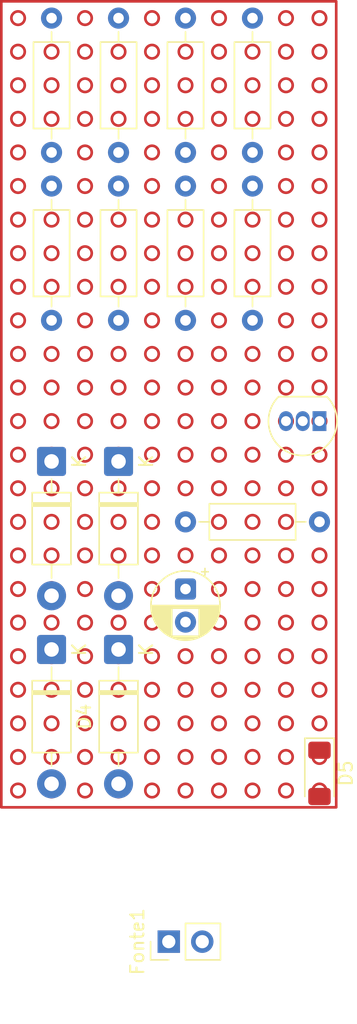
<source format=kicad_pcb>
(kicad_pcb (version 20241229) (generator "pcbnew") (generator_version "9.0")
  (layers (0 "F.Cu" signal) (2 "B.Cu" signal) (13 "F.Paste" user) (15 "B.Paste" user) (5 "F.SilkS" user "F.Silkscreen") (7 "B.SilkS" user "B.Silkscreen") (1 "F.Mask" user) (3 "B.Mask" user) (25 "Edge.Cuts" user))
  (net 0 "")
  (net 1 "Net-(D1-K)")
  (net 2 "GND")
  (net 3 "Net-(D1-A)")
  (net 4 "Net-(D3-A)")
  (net 5 "Net-(D5-K)")
  (net 6 "Net-(Q1-E)")
  (net 7 "Net-(R1-Pad2)")
  (net 8 "Net-(R2-Pad2)")
  (net 9 "Net-(R5-Pad2)")
  (net 10 "Net-(R7-Pad2)")
  (footprint "Diode_THT:D_DO-41_SOD81_P10.16mm_Horizontal" (layer "F.Cu") (at 163.83 89.662 -90)
    (property "Reference" "D4" (at 5.08 -2.47 90) (layer "F.SilkS"))
    (property "Value" "D")
    (fp_line (start 1.34 0) (end 2.36 0) (stroke (width 0.12)) (layer "F.SilkS"))
    (fp_line (start 8.82 0) (end 7.8 0) (stroke (width 0.12)) (layer "F.SilkS"))
    (fp_line (start 3.14 -1.47) (end 3.14 1.47) (stroke (width 0.12)) (layer "F.SilkS"))
    (fp_line (start 3.26 -1.47) (end 3.26 1.47) (stroke (width 0.12)) (layer "F.SilkS"))
    (fp_line (start 3.38 -1.47) (end 3.38 1.47) (stroke (width 0.12)) (layer "F.SilkS"))
    (fp_rect (start 2.36 -1.47) (end 7.8 1.47) (stroke (width 0.12)) (fill no) (layer "F.SilkS"))
    (fp_text user "K" (at 0 -2.1 90) (layer "F.SilkS"))
    (pad "1" thru_hole roundrect (at 0 0 270) (size 2.2 2.2) (drill 1.1) (layers "*.Cu" "*.Mask") (roundrect_rratio 0.113636) (net 4 "Net-(D3-A)"))
    (pad "2" thru_hole circle (at 10.16 0 270) (size 2.2 2.2) (drill 1.1) (layers "*.Cu" "*.Mask") (net 2 "GND"))
  )
  (footprint "Resistor_THT:R_Axial_DIN0207_L6.3mm_D2.5mm_P10.16mm_Horizontal" (layer "F.Cu") (at 168.91 64.77 90)
    (property "Reference" "R4" (hide yes))
    (property "Value" "10R")
    (fp_line (start 9.12 0) (end 8.35 0) (stroke (width 0.12)) (layer "F.SilkS"))
    (fp_line (start 1.04 0) (end 1.81 0) (stroke (width 0.12)) (layer "F.SilkS"))
    (fp_rect (start 1.81 -1.37) (end 8.35 1.37) (stroke (width 0.12)) (fill no) (layer "F.SilkS"))
    (pad "1" thru_hole circle (at 0 0 90) (size 1.6 1.6) (drill 0.8) (layers "*.Cu" "*.Mask") (net 8 "Net-(R2-Pad2)"))
    (pad "2" thru_hole circle (at 10.16 0 90) (size 1.6 1.6) (drill 0.8) (layers "*.Cu" "*.Mask") (net 2 "GND"))
  )
  (footprint "Connector_PinHeader_2.54mm:PinHeader_1x02_P2.54mm_Vertical" (layer "F.Cu") (at 172.72 111.76 90)
    (property "Reference" "Fonte1" (at 0 -2.38 90) (layer "F.SilkS"))
    (property "Value" "Conn_01x02_Pin")
    (fp_line (start -1.38 -1.38) (end 0 -1.38) (stroke (width 0.12)) (layer "F.SilkS"))
    (fp_line (start -1.38 0) (end -1.38 -1.38) (stroke (width 0.12)) (layer "F.SilkS"))
    (fp_line (start 1.38 1.27) (end 1.38 3.92) (stroke (width 0.12)) (layer "F.SilkS"))
    (fp_line (start -1.38 1.27) (end 1.38 1.27) (stroke (width 0.12)) (layer "F.SilkS"))
    (fp_line (start -1.38 1.27) (end -1.38 3.92) (stroke (width 0.12)) (layer "F.SilkS"))
    (fp_line (start -1.38 3.92) (end 1.38 3.92) (stroke (width 0.12)) (layer "F.SilkS"))
    (pad "1" thru_hole rect (at 0 0 90) (size 1.7 1.7) (drill 1) (layers "*.Cu" "*.Mask") (net 4 "Net-(D3-A)"))
    (pad "2" thru_hole circle (at 0 2.54 90) (size 1.7 1.7) (drill 1) (layers "*.Cu" "*.Mask") (net 3 "Net-(D1-A)"))
  )
  (footprint "Resistor_THT:R_Axial_DIN0207_L6.3mm_D2.5mm_P10.16mm_Horizontal" (layer "F.Cu") (at 179.07 64.77 90)
    (property "Reference" "R8" (hide yes))
    (property "Value" "10R")
    (fp_line (start 9.12 0) (end 8.35 0) (stroke (width 0.12)) (layer "F.SilkS"))
    (fp_line (start 1.04 0) (end 1.81 0) (stroke (width 0.12)) (layer "F.SilkS"))
    (fp_rect (start 1.81 -1.37) (end 8.35 1.37) (stroke (width 0.12)) (fill no) (layer "F.SilkS"))
    (pad "1" thru_hole circle (at 0 0 90) (size 1.6 1.6) (drill 0.8) (layers "*.Cu" "*.Mask") (net 10 "Net-(R7-Pad2)"))
    (pad "2" thru_hole circle (at 10.16 0 90) (size 1.6 1.6) (drill 0.8) (layers "*.Cu" "*.Mask") (net 2 "GND"))
  )
  (footprint "Diode_THT:D_DO-41_SOD81_P10.16mm_Horizontal" (layer "F.Cu") (at 168.91 89.662 -90)
    (property "Reference" "D2" (hide yes))
    (property "Value" "D")
    (fp_line (start 1.34 0) (end 2.36 0) (stroke (width 0.12)) (layer "F.SilkS"))
    (fp_line (start 8.82 0) (end 7.8 0) (stroke (width 0.12)) (layer "F.SilkS"))
    (fp_line (start 3.14 -1.47) (end 3.14 1.47) (stroke (width 0.12)) (layer "F.SilkS"))
    (fp_line (start 3.26 -1.47) (end 3.26 1.47) (stroke (width 0.12)) (layer "F.SilkS"))
    (fp_line (start 3.38 -1.47) (end 3.38 1.47) (stroke (width 0.12)) (layer "F.SilkS"))
    (fp_rect (start 2.36 -1.47) (end 7.8 1.47) (stroke (width 0.12)) (fill no) (layer "F.SilkS"))
    (fp_text user "K" (at 0 -2.1 90) (layer "F.SilkS"))
    (pad "1" thru_hole roundrect (at 0 0 270) (size 2.2 2.2) (drill 1.1) (layers "*.Cu" "*.Mask") (roundrect_rratio 0.113636) (net 3 "Net-(D1-A)"))
    (pad "2" thru_hole circle (at 10.16 0 270) (size 2.2 2.2) (drill 1.1) (layers "*.Cu" "*.Mask") (net 2 "GND"))
  )
  (footprint "Resistor_THT:R_Axial_DIN0207_L6.3mm_D2.5mm_P10.16mm_Horizontal" (layer "F.Cu") (at 163.83 52.07 90)
    (property "Reference" "R1" (hide yes))
    (property "Value" "270R")
    (fp_line (start 9.12 0) (end 8.35 0) (stroke (width 0.12)) (layer "F.SilkS"))
    (fp_line (start 1.04 0) (end 1.81 0) (stroke (width 0.12)) (layer "F.SilkS"))
    (fp_rect (start 1.81 -1.37) (end 8.35 1.37) (stroke (width 0.12)) (fill no) (layer "F.SilkS"))
    (pad "1" thru_hole circle (at 0 0 90) (size 1.6 1.6) (drill 0.8) (layers "*.Cu" "*.Mask") (net 6 "Net-(Q1-E)"))
    (pad "2" thru_hole circle (at 10.16 0 90) (size 1.6 1.6) (drill 0.8) (layers "*.Cu" "*.Mask") (net 7 "Net-(R1-Pad2)"))
  )
  (footprint "Diode_THT:D_DO-41_SOD81_P10.16mm_Horizontal" (layer "F.Cu") (at 168.91 75.438 -90)
    (property "Reference" "D1" (hide yes))
    (property "Value" "D")
    (fp_line (start 1.34 0) (end 2.36 0) (stroke (width 0.12)) (layer "F.SilkS"))
    (fp_line (start 8.82 0) (end 7.8 0) (stroke (width 0.12)) (layer "F.SilkS"))
    (fp_line (start 3.14 -1.47) (end 3.14 1.47) (stroke (width 0.12)) (layer "F.SilkS"))
    (fp_line (start 3.26 -1.47) (end 3.26 1.47) (stroke (width 0.12)) (layer "F.SilkS"))
    (fp_line (start 3.38 -1.47) (end 3.38 1.47) (stroke (width 0.12)) (layer "F.SilkS"))
    (fp_rect (start 2.36 -1.47) (end 7.8 1.47) (stroke (width 0.12)) (fill no) (layer "F.SilkS"))
    (fp_text user "K" (at 0 -2.1 90) (layer "F.SilkS"))
    (pad "1" thru_hole roundrect (at 0 0 270) (size 2.2 2.2) (drill 1.1) (layers "*.Cu" "*.Mask") (roundrect_rratio 0.113636) (net 1 "Net-(D1-K)"))
    (pad "2" thru_hole circle (at 10.16 0 270) (size 2.2 2.2) (drill 1.1) (layers "*.Cu" "*.Mask") (net 3 "Net-(D1-A)"))
  )
  (footprint "Resistor_THT:R_Axial_DIN0207_L6.3mm_D2.5mm_P10.16mm_Horizontal" (layer "F.Cu") (at 179.07 52.07 90)
    (property "Reference" "R7" (hide yes))
    (property "Value" "270R")
    (fp_line (start 9.12 0) (end 8.35 0) (stroke (width 0.12)) (layer "F.SilkS"))
    (fp_line (start 1.04 0) (end 1.81 0) (stroke (width 0.12)) (layer "F.SilkS"))
    (fp_rect (start 1.81 -1.37) (end 8.35 1.37) (stroke (width 0.12)) (fill no) (layer "F.SilkS"))
    (pad "1" thru_hole circle (at 0 0 90) (size 1.6 1.6) (drill 0.8) (layers "*.Cu" "*.Mask") (net 6 "Net-(Q1-E)"))
    (pad "2" thru_hole circle (at 10.16 0 90) (size 1.6 1.6) (drill 0.8) (layers "*.Cu" "*.Mask") (net 10 "Net-(R7-Pad2)"))
  )
  (footprint "Capacitor_THT:CP_Radial_D5.0mm_P2.50mm" (layer "F.Cu") (at 173.99 85.09 -90)
    (property "Reference" "C1" (hide yes))
    (property "Value" "4000uF")
    (fp_line (start 1.49 1.04) (end 1.49 2.569) (stroke (width 0.12)) (layer "F.SilkS"))
    (fp_line (start 1.53 1.04) (end 1.53 2.565) (stroke (width 0.12)) (layer "F.SilkS"))
    (fp_line (start 1.57 1.04) (end 1.57 2.56) (stroke (width 0.12)) (layer "F.SilkS"))
    (fp_line (start 1.61 1.04) (end 1.61 2.555) (stroke (width 0.12)) (layer "F.SilkS"))
    (fp_line (start 1.65 1.04) (end 1.65 2.549) (stroke (width 0.12)) (layer "F.SilkS"))
    (fp_line (start 1.69 1.04) (end 1.69 2.543) (stroke (width 0.12)) (layer "F.SilkS"))
    (fp_line (start 1.73 1.04) (end 1.73 2.536) (stroke (width 0.12)) (layer "F.SilkS"))
    (fp_line (start 1.77 1.04) (end 1.77 2.528) (stroke (width 0.12)) (layer "F.SilkS"))
    (fp_line (start 1.81 1.04) (end 1.81 2.519) (stroke (width 0.12)) (layer "F.SilkS"))
    (fp_line (start 1.85 1.04) (end 1.85 2.51) (stroke (width 0.12)) (layer "F.SilkS"))
    (fp_line (start 1.89 1.04) (end 1.89 2.501) (stroke (width 0.12)) (layer "F.SilkS"))
    (fp_line (start 1.93 1.04) (end 1.93 2.49) (stroke (width 0.12)) (layer "F.SilkS"))
    (fp_line (start 1.97 1.04) (end 1.97 2.479) (stroke (width 0.12)) (layer "F.SilkS"))
    (fp_line (start 2.01 1.04) (end 2.01 2.467) (stroke (width 0.12)) (layer "F.SilkS"))
    (fp_line (start 2.05 1.04) (end 2.05 2.455) (stroke (width 0.12)) (layer "F.SilkS"))
    (fp_line (start 2.09 1.04) (end 2.09 2.442) (stroke (width 0.12)) (layer "F.SilkS"))
    (fp_line (start 2.13 1.04) (end 2.13 2.428) (stroke (width 0.12)) (layer "F.SilkS"))
    (fp_line (start 2.17 1.04) (end 2.17 2.413) (stroke (width 0.12)) (layer "F.SilkS"))
    (fp_line (start 2.21 1.04) (end 2.21 2.398) (stroke (width 0.12)) (layer "F.SilkS"))
    (fp_line (start 2.25 1.04) (end 2.25 2.382) (stroke (width 0.12)) (layer "F.SilkS"))
    (fp_line (start 2.29 1.04) (end 2.29 2.365) (stroke (width 0.12)) (layer "F.SilkS"))
    (fp_line (start 2.33 1.04) (end 2.33 2.347) (stroke (width 0.12)) (layer "F.SilkS"))
    (fp_line (start 2.37 1.04) (end 2.37 2.329) (stroke (width 0.12)) (layer "F.SilkS"))
    (fp_line (start 2.41 1.04) (end 2.41 2.309) (stroke (width 0.12)) (layer "F.SilkS"))
    (fp_line (start 2.45 1.04) (end 2.45 2.289) (stroke (width 0.12)) (layer "F.SilkS"))
    (fp_line (start 2.49 1.04) (end 2.49 2.268) (stroke (width 0.12)) (layer "F.SilkS"))
    (fp_line (start 2.53 1.04) (end 2.53 2.246) (stroke (width 0.12)) (layer "F.SilkS"))
    (fp_line (start 2.57 1.04) (end 2.57 2.223) (stroke (width 0.12)) (layer "F.SilkS"))
    (fp_line (start 2.61 1.04) (end 2.61 2.199) (stroke (width 0.12)) (layer "F.SilkS"))
    (fp_line (start 2.65 1.04) (end 2.65 2.175) (stroke (width 0.12)) (layer "F.SilkS"))
    (fp_line (start 2.69 1.04) (end 2.69 2.149) (stroke (width 0.12)) (layer "F.SilkS"))
    (fp_line (start 2.73 1.04) (end 2.73 2.122) (stroke (width 0.12)) (layer "F.SilkS"))
    (fp_line (start 2.77 1.04) (end 2.77 2.094) (stroke (width 0.12)) (layer "F.SilkS"))
    (fp_line (start 2.81 1.04) (end 2.81 2.065) (stroke (width 0.12)) (layer "F.SilkS"))
    (fp_line (start 2.85 1.04) (end 2.85 2.035) (stroke (width 0.12)) (layer "F.SilkS"))
    (fp_line (start 2.89 1.04) (end 2.89 2.003) (stroke (width 0.12)) (layer "F.SilkS"))
    (fp_line (start 2.93 1.04) (end 2.93 1.97) (stroke (width 0.12)) (layer "F.SilkS"))
    (fp_line (start 2.97 1.04) (end 2.97 1.936) (stroke (width 0.12)) (layer "F.SilkS"))
    (fp_line (start 3.01 1.04) (end 3.01 1.901) (stroke (width 0.12)) (layer "F.SilkS"))
    (fp_line (start 3.05 1.04) (end 3.05 1.864) (stroke (width 0.12)) (layer "F.SilkS"))
    (fp_line (start 3.09 1.04) (end 3.09 1.825) (stroke (width 0.12)) (layer "F.SilkS"))
    (fp_line (start 3.13 1.04) (end 3.13 1.785) (stroke (width 0.12)) (layer "F.SilkS"))
    (fp_line (start 3.17 1.04) (end 3.17 1.743) (stroke (width 0.12)) (layer "F.SilkS"))
    (fp_line (start 3.21 1.04) (end 3.21 1.699) (stroke (width 0.12)) (layer "F.SilkS"))
    (fp_line (start 3.25 1.04) (end 3.25 1.652) (stroke (width 0.12)) (layer "F.SilkS"))
    (fp_line (start 3.29 1.04) (end 3.29 1.604) (stroke (width 0.12)) (layer "F.SilkS"))
    (fp_line (start 3.33 1.04) (end 3.33 1.553) (stroke (width 0.12)) (layer "F.SilkS"))
    (fp_line (start 3.37 1.04) (end 3.37 1.499) (stroke (width 0.12)) (layer "F.SilkS"))
    (fp_line (start 3.41 1.04) (end 3.41 1.443) (stroke (width 0.12)) (layer "F.SilkS"))
    (fp_line (start 3.45 1.04) (end 3.45 1.383) (stroke (width 0.12)) (layer "F.SilkS"))
    (fp_line (start 3.49 1.04) (end 3.49 1.319) (stroke (width 0.12)) (layer "F.SilkS"))
    (fp_line (start 3.53 1.04) (end 3.53 1.251) (stroke (width 0.12)) (layer "F.SilkS"))
    (fp_line (start 3.85 -0.283) (end 3.85 0.283) (stroke (width 0.12)) (layer "F.SilkS"))
    (fp_line (start 3.81 -0.517) (end 3.81 0.517) (stroke (width 0.12)) (layer "F.SilkS"))
    (fp_line (start 3.77 -0.677) (end 3.77 0.677) (stroke (width 0.12)) (layer "F.SilkS"))
    (fp_line (start 3.73 -0.805) (end 3.73 0.805) (stroke (width 0.12)) (layer "F.SilkS"))
    (fp_line (start 3.69 -0.914) (end 3.69 0.914) (stroke (width 0.12)) (layer "F.SilkS"))
    (fp_line (start 3.65 -1.011) (end 3.65 1.011) (stroke (width 0.12)) (layer "F.SilkS"))
    (fp_line (start 3.61 -1.098) (end 3.61 1.098) (stroke (width 0.12)) (layer "F.SilkS"))
    (fp_line (start 3.57 -1.177) (end 3.57 1.177) (stroke (width 0.12)) (layer "F.SilkS"))
    (fp_line (start 3.53 -1.251) (end 3.53 -1.04) (stroke (width 0.12)) (layer "F.SilkS"))
    (fp_line (start 3.49 -1.319) (end 3.49 -1.04) (stroke (width 0.12)) (layer "F.SilkS"))
    (fp_line (start 3.45 -1.383) (end 3.45 -1.04) (stroke (width 0.12)) (layer "F.SilkS"))
    (fp_line (start 3.41 -1.443) (end 3.41 -1.04) (stroke (width 0.12)) (layer "F.SilkS"))
    (fp_line (start -1.554775 -1.475) (end -1.054775 -1.475) (stroke (width 0.12)) (layer "F.SilkS"))
    (fp_line (start 3.37 -1.499) (end 3.37 -1.04) (stroke (width 0.12)) (layer "F.SilkS"))
    (fp_line (start 3.33 -1.553) (end 3.33 -1.04) (stroke (width 0.12)) (layer "F.SilkS"))
    (fp_line (start 3.29 -1.604) (end 3.29 -1.04) (stroke (width 0.12)) (layer "F.SilkS"))
    (fp_line (start 3.25 -1.652) (end 3.25 -1.04) (stroke (width 0.12)) (layer "F.SilkS"))
    (fp_line (start 3.21 -1.699) (end 3.21 -1.04) (stroke (width 0.12)) (layer "F.SilkS"))
    (fp_line (start -1.304775 -1.725) (end -1.304775 -1.225) (stroke (width 0.12)) (layer "F.SilkS"))
    (fp_line (start 3.17 -1.743) (end 3.17 -1.04) (stroke (width 0.12)) (layer "F.SilkS"))
    (fp_line (start 3.13 -1.785) (end 3.13 -1.04) (stroke (width 0.12)) (layer "F.SilkS"))
    (fp_line (start 3.09 -1.825) (end 3.09 -1.04) (stroke (width 0.12)) (layer "F.SilkS"))
    (fp_line (start 3.05 -1.864) (end 3.05 -1.04) (stroke (width 0.12)) (layer "F.SilkS"))
    (fp_line (start 3.01 -1.901) (end 3.01 -1.04) (stroke (width 0.12)) (layer "F.SilkS"))
    (fp_line (start 2.97 -1.936) (end 2.97 -1.04) (stroke (width 0.12)) (layer "F.SilkS"))
    (fp_line (start 2.93 -1.97) (end 2.93 -1.04) (stroke (width 0.12)) (layer "F.SilkS"))
    (fp_line (start 2.89 -2.003) (end 2.89 -1.04) (stroke (width 0.12)) (layer "F.SilkS"))
    (fp_line (start 2.85 -2.035) (end 2.85 -1.04) (stroke (width 0.12)) (layer "F.SilkS"))
    (fp_line (start 2.81 -2.065) (end 2.81 -1.04) (stroke (width 0.12)) (layer "F.SilkS"))
    (fp_line (start 2.77 -2.094) (end 2.77 -1.04) (stroke (width 0.12)) (layer "F.SilkS"))
    (fp_line (start 2.73 -2.122) (end 2.73 -1.04) (stroke (width 0.12)) (layer "F.SilkS"))
    (fp_line (start 2.69 -2.149) (end 2.69 -1.04) (stroke (width 0.12)) (layer "F.SilkS"))
    (fp_line (start 2.65 -2.175) (end 2.65 -1.04) (stroke (width 0.12)) (layer "F.SilkS"))
    (fp_line (start 2.61 -2.199) (end 2.61 -1.04) (stroke (width 0.12)) (layer "F.SilkS"))
    (fp_line (start 2.57 -2.223) (end 2.57 -1.04) (stroke (width 0.12)) (layer "F.SilkS"))
    (fp_line (start 2.53 -2.246) (end 2.53 -1.04) (stroke (width 0.12)) (layer "F.SilkS"))
    (fp_line (start 2.49 -2.268) (end 2.49 -1.04) (stroke (width 0.12)) (layer "F.SilkS"))
    (fp_line (start 2.45 -2.289) (end 2.45 -1.04) (stroke (width 0.12)) (layer "F.SilkS"))
    (fp_line (start 2.41 -2.309) (end 2.41 -1.04) (stroke (width 0.12)) (layer "F.SilkS"))
    (fp_line (start 2.37 -2.329) (end 2.37 -1.04) (stroke (width 0.12)) (layer "F.SilkS"))
    (fp_line (start 2.33 -2.347) (end 2.33 -1.04) (stroke (width 0.12)) (layer "F.SilkS"))
    (fp_line (start 2.29 -2.365) (end 2.29 -1.04) (stroke (width 0.12)) (layer "F.SilkS"))
    (fp_line (start 2.25 -2.382) (end 2.25 -1.04) (stroke (width 0.12)) (layer "F.SilkS"))
    (fp_line (start 2.21 -2.398) (end 2.21 -1.04) (stroke (width 0.12)) (layer "F.SilkS"))
    (fp_line (start 2.17 -2.413) (end 2.17 -1.04) (stroke (width 0.12)) (layer "F.SilkS"))
    (fp_line (start 2.13 -2.428) (end 2.13 -1.04) (stroke (width 0.12)) (layer "F.SilkS"))
    (fp_line (start 2.09 -2.442) (end 2.09 -1.04) (stroke (width 0.12)) (layer "F.SilkS"))
    (fp_line (start 2.05 -2.455) (end 2.05 -1.04) (stroke (width 0.12)) (layer "F.SilkS"))
    (fp_line (start 2.01 -2.467) (end 2.01 -1.04) (stroke (width 0.12)) (layer "F.SilkS"))
    (fp_line (start 1.97 -2.479) (end 1.97 -1.04) (stroke (width 0.12)) (layer "F.SilkS"))
    (fp_line (start 1.93 -2.49) (end 1.93 -1.04) (stroke (width 0.12)) (layer "F.SilkS"))
    (fp_line (start 1.89 -2.501) (end 1.89 -1.04) (stroke (width 0.12)) (layer "F.SilkS"))
    (fp_line (start 1.85 -2.51) (end 1.85 -1.04) (stroke (width 0.12)) (layer "F.SilkS"))
    (fp_line (start 1.81 -2.519) (end 1.81 -1.04) (stroke (width 0.12)) (layer "F.SilkS"))
    (fp_line (start 1.77 -2.528) (end 1.77 -1.04) (stroke (width 0.12)) (layer "F.SilkS"))
    (fp_line (start 1.73 -2.536) (end 1.73 -1.04) (stroke (width 0.12)) (layer "F.SilkS"))
    (fp_line (start 1.69 -2.543) (end 1.69 -1.04) (stroke (width 0.12)) (layer "F.SilkS"))
    (fp_line (start 1.65 -2.549) (end 1.65 -1.04) (stroke (width 0.12)) (layer "F.SilkS"))
    (fp_line (start 1.61 -2.555) (end 1.61 -1.04) (stroke (width 0.12)) (layer "F.SilkS"))
    (fp_line (start 1.57 -2.56) (end 1.57 -1.04) (stroke (width 0.12)) (layer "F.SilkS"))
    (fp_line (start 1.53 -2.565) (end 1.53 -1.04) (stroke (width 0.12)) (layer "F.SilkS"))
    (fp_line (start 1.49 -2.569) (end 1.49 -1.04) (stroke (width 0.12)) (layer "F.SilkS"))
    (fp_line (start 1.45 -2.572) (end 1.45 2.572) (stroke (width 0.12)) (layer "F.SilkS"))
    (fp_line (start 1.41 -2.575) (end 1.41 2.575) (stroke (width 0.12)) (layer "F.SilkS"))
    (fp_line (start 1.37 -2.577) (end 1.37 2.577) (stroke (width 0.12)) (layer "F.SilkS"))
    (fp_line (start 1.33 -2.579) (end 1.33 2.579) (stroke (width 0.12)) (layer "F.SilkS"))
    (fp_line (start 1.25 -2.58) (end 1.25 2.58) (stroke (width 0.12)) (layer "F.SilkS"))
    (fp_line (start 1.29 -2.58) (end 1.29 2.58) (stroke (width 0.12)) (layer "F.SilkS"))
    (fp_circle (center 1.25 0) (end 3.87 0) (stroke (width 0.12)) (fill no) (layer "F.SilkS"))
    (pad "1" thru_hole roundrect (at 0 0 270) (size 1.6 1.6) (drill 0.8) (layers "*.Cu" "*.Mask") (roundrect_rratio 0.15625) (net 1 "Net-(D1-K)"))
    (pad "2" thru_hole circle (at 2.5 0 270) (size 1.6 1.6) (drill 0.8) (layers "*.Cu" "*.Mask") (net 2 "GND"))
  )
  (footprint "Resistor_THT:R_Axial_DIN0207_L6.3mm_D2.5mm_P10.16mm_Horizontal" (layer "F.Cu") (at 184.15 80.01 180)
    (property "Reference" "R9" (hide yes))
    (property "Value" "390R")
    (fp_line (start 9.12 0) (end 8.35 0) (stroke (width 0.12)) (layer "F.SilkS"))
    (fp_line (start 1.04 0) (end 1.81 0) (stroke (width 0.12)) (layer "F.SilkS"))
    (fp_rect (start 1.81 -1.37) (end 8.35 1.37) (stroke (width 0.12)) (fill no) (layer "F.SilkS"))
    (pad "1" thru_hole circle (at 0 0 180) (size 1.6 1.6) (drill 0.8) (layers "*.Cu" "*.Mask") (net 1 "Net-(D1-K)"))
    (pad "2" thru_hole circle (at 10.16 0 180) (size 1.6 1.6) (drill 0.8) (layers "*.Cu" "*.Mask") (net 5 "Net-(D5-K)"))
  )
  (footprint "Diode_THT:D_DO-41_SOD81_P10.16mm_Horizontal" (layer "F.Cu") (at 163.83 75.438 -90)
    (property "Reference" "D3" (hide yes))
    (property "Value" "D")
    (fp_line (start 1.34 0) (end 2.36 0) (stroke (width 0.12)) (layer "F.SilkS"))
    (fp_line (start 8.82 0) (end 7.8 0) (stroke (width 0.12)) (layer "F.SilkS"))
    (fp_line (start 3.14 -1.47) (end 3.14 1.47) (stroke (width 0.12)) (layer "F.SilkS"))
    (fp_line (start 3.26 -1.47) (end 3.26 1.47) (stroke (width 0.12)) (layer "F.SilkS"))
    (fp_line (start 3.38 -1.47) (end 3.38 1.47) (stroke (width 0.12)) (layer "F.SilkS"))
    (fp_rect (start 2.36 -1.47) (end 7.8 1.47) (stroke (width 0.12)) (fill no) (layer "F.SilkS"))
    (fp_text user "K" (at 0 -2.1 90) (layer "F.SilkS"))
    (pad "1" thru_hole roundrect (at 0 0 270) (size 2.2 2.2) (drill 1.1) (layers "*.Cu" "*.Mask") (roundrect_rratio 0.113636) (net 1 "Net-(D1-K)"))
    (pad "2" thru_hole circle (at 10.16 0 270) (size 2.2 2.2) (drill 1.1) (layers "*.Cu" "*.Mask") (net 4 "Net-(D3-A)"))
  )
  (footprint "Resistor_THT:R_Axial_DIN0207_L6.3mm_D2.5mm_P10.16mm_Horizontal" (layer "F.Cu") (at 168.91 52.07 90)
    (property "Reference" "R2" (hide yes))
    (property "Value" "270R")
    (fp_line (start 9.12 0) (end 8.35 0) (stroke (width 0.12)) (layer "F.SilkS"))
    (fp_line (start 1.04 0) (end 1.81 0) (stroke (width 0.12)) (layer "F.SilkS"))
    (fp_rect (start 1.81 -1.37) (end 8.35 1.37) (stroke (width 0.12)) (fill no) (layer "F.SilkS"))
    (pad "1" thru_hole circle (at 0 0 90) (size 1.6 1.6) (drill 0.8) (layers "*.Cu" "*.Mask") (net 6 "Net-(Q1-E)"))
    (pad "2" thru_hole circle (at 10.16 0 90) (size 1.6 1.6) (drill 0.8) (layers "*.Cu" "*.Mask") (net 8 "Net-(R2-Pad2)"))
  )
  (footprint "Resistor_THT:R_Axial_DIN0207_L6.3mm_D2.5mm_P10.16mm_Horizontal" (layer "F.Cu") (at 173.99 52.07 90)
    (property "Reference" "R5" (hide yes))
    (property "Value" "270R")
    (fp_line (start 9.12 0) (end 8.35 0) (stroke (width 0.12)) (layer "F.SilkS"))
    (fp_line (start 1.04 0) (end 1.81 0) (stroke (width 0.12)) (layer "F.SilkS"))
    (fp_rect (start 1.81 -1.37) (end 8.35 1.37) (stroke (width 0.12)) (fill no) (layer "F.SilkS"))
    (pad "1" thru_hole circle (at 0 0 90) (size 1.6 1.6) (drill 0.8) (layers "*.Cu" "*.Mask") (net 6 "Net-(Q1-E)"))
    (pad "2" thru_hole circle (at 10.16 0 90) (size 1.6 1.6) (drill 0.8) (layers "*.Cu" "*.Mask") (net 9 "Net-(R5-Pad2)"))
  )
  (footprint "Resistor_THT:R_Axial_DIN0207_L6.3mm_D2.5mm_P10.16mm_Horizontal" (layer "F.Cu") (at 163.83 64.77 90)
    (property "Reference" "R3" (hide yes))
    (property "Value" "10R")
    (fp_line (start 9.12 0) (end 8.35 0) (stroke (width 0.12)) (layer "F.SilkS"))
    (fp_line (start 1.04 0) (end 1.81 0) (stroke (width 0.12)) (layer "F.SilkS"))
    (fp_rect (start 1.81 -1.37) (end 8.35 1.37) (stroke (width 0.12)) (fill no) (layer "F.SilkS"))
    (pad "1" thru_hole circle (at 0 0 90) (size 1.6 1.6) (drill 0.8) (layers "*.Cu" "*.Mask") (net 7 "Net-(R1-Pad2)"))
    (pad "2" thru_hole circle (at 10.16 0 90) (size 1.6 1.6) (drill 0.8) (layers "*.Cu" "*.Mask") (net 2 "GND"))
  )
  (footprint "Resistor_THT:R_Axial_DIN0207_L6.3mm_D2.5mm_P10.16mm_Horizontal" (layer "F.Cu") (at 173.99 64.77 90)
    (property "Reference" "R6" (hide yes))
    (property "Value" "10R")
    (fp_line (start 9.12 0) (end 8.35 0) (stroke (width 0.12)) (layer "F.SilkS"))
    (fp_line (start 1.04 0) (end 1.81 0) (stroke (width 0.12)) (layer "F.SilkS"))
    (fp_rect (start 1.81 -1.37) (end 8.35 1.37) (stroke (width 0.12)) (fill no) (layer "F.SilkS"))
    (pad "1" thru_hole circle (at 0 0 90) (size 1.6 1.6) (drill 0.8) (layers "*.Cu" "*.Mask") (net 9 "Net-(R5-Pad2)"))
    (pad "2" thru_hole circle (at 10.16 0 90) (size 1.6 1.6) (drill 0.8) (layers "*.Cu" "*.Mask") (net 2 "GND"))
  )
  (footprint "Diode_SMD:D_MiniMELF" (layer "F.Cu") (at 184.15 99.032 -90)
    (property "Reference" "D5" (at 0 -2 90) (layer "F.SilkS"))
    (property "Value" "D_Zener")
    (fp_line (start -2.66 1.11) (end 1.75 1.11) (stroke (width 0.12)) (layer "F.SilkS"))
    (fp_line (start -2.66 -1.11) (end -2.66 1.11) (stroke (width 0.12)) (layer "F.SilkS"))
    (fp_line (start 1.75 -1.11) (end -2.66 -1.11) (stroke (width 0.12)) (layer "F.SilkS"))
    (pad "1" smd roundrect (at -1.75 0 270) (size 1.3 1.7) (layers "F.Cu" "F.Mask" "F.Paste") (roundrect_rratio 0.1923076923) (net 5 "Net-(D5-K)"))
    (pad "2" smd roundrect (at 1.75 0 270) (size 1.3 1.7) (layers "F.Cu" "F.Mask" "F.Paste") (roundrect_rratio 0.1923076923) (net 2 "GND"))
  )
  (footprint "Package_TO_SOT_THT:TO-92_Inline" (layer "F.Cu") (at 184.15 72.39 180)
    (property "Reference" "Q1" (hide yes))
    (property "Value" "S8050")
    (fp_line (start -0.53 1.85) (end 3.07 1.85) (stroke (width 0.12)) (layer "F.SilkS"))
    (fp_arc (start 1.27 -2.6) (mid 3.672087 -0.994977) (end 3.108478 1.838478) (stroke (width 0.12)) (layer "F.SilkS"))
    (fp_arc (start -0.568478 1.838478) (mid -1.132087 -0.994977) (end 1.27 -2.6) (stroke (width 0.12)) (layer "F.SilkS"))
    (pad "1" thru_hole rect (at 0 0 180) (size 1.05 1.5) (drill 0.75) (layers "*.Cu" "*.Mask") (net 6 "Net-(Q1-E)"))
    (pad "2" thru_hole oval (at 1.27 0 180) (size 1.05 1.5) (drill 0.75) (layers "*.Cu" "*.Mask") (net 5 "Net-(D5-K)"))
    (pad "3" thru_hole oval (at 2.54 0 180) (size 1.05 1.5) (drill 0.75) (layers "*.Cu" "*.Mask") (net 1 "Net-(D1-K)"))
  )
  (gr_circle (center 161.29 62.23) (end 161.798 62.23) (stroke (width 0.2)) (fill no) (layer "F.Cu"))
  (gr_circle (center 179.07 77.47) (end 179.578 77.47) (stroke (width 0.2)) (fill no) (layer "F.Cu"))
  (gr_circle (center 171.45 92.71) (end 171.958 92.71) (stroke (width 0.2)) (fill no) (layer "F.Cu"))
  (gr_circle (center 168.91 97.79) (end 169.418 97.79) (stroke (width 0.2)) (fill no) (layer "F.Cu"))
  (gr_circle (center 176.53 67.31) (end 177.038 67.31) (stroke (width 0.2)) (fill no) (layer "F.Cu"))
  (gr_circle (center 166.37 90.17) (end 166.878 90.17) (stroke (width 0.2)) (fill no) (layer "F.Cu"))
  (gr_circle (center 179.07 54.61) (end 179.578 54.61) (stroke (width 0.2)) (fill no) (layer "F.Cu"))
  (gr_circle (center 184.15 59.69) (end 184.658 59.69) (stroke (width 0.2)) (fill no) (layer "F.Cu"))
  (gr_circle (center 161.29 46.99) (end 161.798 46.99) (stroke (width 0.2)) (fill no) (layer "F.Cu"))
  (gr_circle (center 173.99 52.07) (end 174.498 52.07) (stroke (width 0.2)) (fill no) (layer "F.Cu"))
  (gr_circle (center 171.45 54.61) (end 171.958 54.61) (stroke (width 0.2)) (fill no) (layer "F.Cu"))
  (gr_circle (center 184.15 85.09) (end 184.658 85.09) (stroke (width 0.2)) (fill no) (layer "F.Cu"))
  (gr_circle (center 166.37 74.93) (end 166.878 74.93) (stroke (width 0.2)) (fill no) (layer "F.Cu") (net 2))
  (gr_circle (center 179.07 74.93) (end 179.578 74.93) (stroke (width 0.2)) (fill no) (layer "F.Cu"))
  (gr_circle (center 176.53 90.17) (end 177.038 90.17) (stroke (width 0.2)) (fill no) (layer "F.Cu"))
  (gr_circle (center 161.29 64.77) (end 161.798 64.77) (stroke (width 0.2)) (fill no) (layer "F.Cu"))
  (gr_circle (center 171.45 64.77) (end 171.958 64.77) (stroke (width 0.2)) (fill no) (layer "F.Cu"))
  (gr_circle (center 168.91 100.33) (end 169.418 100.33) (stroke (width 0.2)) (fill no) (layer "F.Cu"))
  (gr_circle (center 184.15 100.33) (end 184.658 100.33) (stroke (width 0.2)) (fill no) (layer "F.Cu") (net 2))
  (gr_circle (center 184.15 64.77) (end 184.658 64.77) (stroke (width 0.2)) (fill no) (layer "F.Cu"))
  (gr_circle (center 179.07 41.91) (end 179.578 41.91) (stroke (width 0.2)) (fill no) (layer "F.Cu"))
  (gr_circle (center 181.61 59.69) (end 182.118 59.69) (stroke (width 0.2)) (fill no) (layer "F.Cu"))
  (gr_circle (center 176.53 57.15) (end 177.038 57.15) (stroke (width 0.2)) (fill no) (layer "F.Cu"))
  (gr_circle (center 171.45 80.01) (end 171.958 80.01) (stroke (width 0.2)) (fill no) (layer "F.Cu"))
  (gr_circle (center 179.07 69.85) (end 179.578 69.85) (stroke (width 0.2)) (fill no) (layer "F.Cu") (net 6))
  (gr_circle (center 179.07 52.07) (end 179.578 52.07) (stroke (width 0.2)) (fill no) (layer "F.Cu"))
  (gr_circle (center 179.07 80.01) (end 179.578 80.01) (stroke (width 0.2)) (fill no) (layer "F.Cu"))
  (gr_circle (center 181.61 64.77) (end 182.118 64.77) (stroke (width 0.2)) (fill no) (layer "F.Cu"))
  (gr_circle (center 173.99 92.71) (end 174.498 92.71) (stroke (width 0.2)) (fill no) (layer "F.Cu"))
  (gr_circle (center 184.15 69.85) (end 184.658 69.85) (stroke (width 0.2)) (fill no) (layer "F.Cu"))
  (gr_circle (center 181.61 57.15) (end 182.118 57.15) (stroke (width 0.2)) (fill no) (layer "F.Cu"))
  (gr_circle (center 163.83 69.85) (end 164.338 69.85) (stroke (width 0.2)) (fill no) (layer "F.Cu"))
  (gr_circle (center 166.37 80.01) (end 166.878 80.01) (stroke (width 0.2)) (fill no) (layer "F.Cu"))
  (gr_circle (center 163.83 74.93) (end 164.338 74.93) (stroke (width 0.2)) (fill no) (layer "F.Cu") (net 1))
  (gr_circle (center 176.53 62.23) (end 177.038 62.23) (stroke (width 0.2)) (fill no) (layer "F.Cu"))
  (gr_circle (center 181.61 69.85) (end 182.118 69.85) (stroke (width 0.2)) (fill no) (layer "F.Cu") (net 1))
  (gr_circle (center 181.61 67.31) (end 182.118 67.31) (stroke (width 0.2)) (fill no) (layer "F.Cu"))
  (gr_circle (center 173.99 72.39) (end 174.498 72.39) (stroke (width 0.2)) (fill no) (layer "F.Cu"))
  (gr_circle (center 168.91 52.07) (end 169.418 52.07) (stroke (width 0.2)) (fill no) (layer "F.Cu") (net 6))
  (gr_circle (center 163.83 62.23) (end 164.338 62.23) (stroke (width 0.2)) (fill no) (layer "F.Cu"))
  (gr_circle (center 163.83 64.77) (end 164.338 64.77) (stroke (width 0.2)) (fill no) (layer "F.Cu"))
  (gr_circle (center 179.07 90.17) (end 179.578 90.17) (stroke (width 0.2)) (fill no) (layer "F.Cu") (net 2))
  (gr_circle (center 163.83 49.53) (end 164.338 49.53) (stroke (width 0.2)) (fill no) (layer "F.Cu"))
  (gr_circle (center 176.53 97.79) (end 177.038 97.79) (stroke (width 0.2)) (fill no) (layer "F.Cu"))
  (gr_circle (center 181.61 85.09) (end 182.118 85.09) (stroke (width 0.2)) (fill no) (layer "F.Cu"))
  (gr_circle (center 168.91 44.45) (end 169.418 44.45) (stroke (width 0.2)) (fill no) (layer "F.Cu"))
  (gr_circle (center 168.91 69.85) (end 169.418 69.85) (stroke (width 0.2)) (fill no) (layer "F.Cu"))
  (gr_circle (center 173.99 44.45) (end 174.498 44.45) (stroke (width 0.2)) (fill no) (layer "F.Cu"))
  (gr_circle (center 181.61 77.47) (end 182.118 77.47) (stroke (width 0.2)) (fill no) (layer "F.Cu"))
  (gr_circle (center 181.61 62.23) (end 182.118 62.23) (stroke (width 0.2)) (fill no) (layer "F.Cu"))
  (gr_circle (center 179.07 92.71) (end 179.578 92.71) (stroke (width 0.2)) (fill no) (layer "F.Cu"))
  (gr_circle (center 181.61 95.25) (end 182.118 95.25) (stroke (width 0.2)) (fill no) (layer "F.Cu"))
  (gr_circle (center 176.53 59.69) (end 177.038 59.69) (stroke (width 0.2)) (fill no) (layer "F.Cu"))
  (gr_circle (center 173.99 54.61) (end 174.498 54.61) (stroke (width 0.2)) (fill no) (layer "F.Cu"))
  (gr_circle (center 173.99 57.15) (end 174.498 57.15) (stroke (width 0.2)) (fill no) (layer "F.Cu"))
  (gr_circle (center 171.45 95.25) (end 171.958 95.25) (stroke (width 0.2)) (fill no) (layer "F.Cu"))
  (gr_circle (center 163.83 57.15) (end 164.338 57.15) (stroke (width 0.2)) (fill no) (layer "F.Cu"))
  (gr_circle (center 166.37 87.63) (end 166.878 87.63) (stroke (width 0.2)) (fill no) (layer "F.Cu"))
  (gr_circle (center 179.07 49.53) (end 179.578 49.53) (stroke (width 0.2)) (fill no) (layer "F.Cu"))
  (gr_circle (center 176.53 74.93) (end 177.038 74.93) (stroke (width 0.2)) (fill no) (layer "F.Cu"))
  (gr_circle (center 181.61 49.53) (end 182.118 49.53) (stroke (width 0.2)) (fill no) (layer "F.Cu"))
  (gr_circle (center 171.45 41.91) (end 171.958 41.91) (stroke (width 0.2)) (fill no) (layer "F.Cu"))
  (gr_circle (center 163.83 80.01) (end 164.338 80.01) (stroke (width 0.2)) (fill no) (layer "F.Cu"))
  (gr_circle (center 181.61 90.17) (end 182.118 90.17) (stroke (width 0.2)) (fill no) (layer "F.Cu"))
  (gr_circle (center 181.61 97.79) (end 182.118 97.79) (stroke (width 0.2)) (fill no) (layer "F.Cu"))
  (gr_circle (center 163.83 77.47) (end 164.338 77.47) (stroke (width 0.2)) (fill no) (layer "F.Cu"))
  (gr_circle (center 184.15 74.93) (end 184.658 74.93) (stroke (width 0.2)) (fill no) (layer "F.Cu"))
  (gr_circle (center 181.61 54.61) (end 182.118 54.61) (stroke (width 0.2)) (fill no) (layer "F.Cu"))
  (gr_circle (center 161.29 44.45) (end 161.798 44.45) (stroke (width 0.2)) (fill no) (layer "F.Cu"))
  (gr_circle (center 166.37 59.69) (end 166.878 59.69) (stroke (width 0.2)) (fill no) (layer "F.Cu"))
  (gr_circle (center 161.29 54.61) (end 161.798 54.61) (stroke (width 0.2)) (fill no) (layer "F.Cu"))
  (gr_circle (center 173.99 85.09) (end 174.498 85.09) (stroke (width 0.2)) (fill no) (layer "F.Cu") (net 1))
  (gr_circle (center 181.61 52.07) (end 182.118 52.07) (stroke (width 0.2)) (fill no) (layer "F.Cu"))
  (gr_circle (center 173.99 80.01) (end 174.498 80.01) (stroke (width 0.2)) (fill no) (layer "F.Cu") (net 1))
  (gr_circle (center 173.99 49.53) (end 174.498 49.53) (stroke (width 0.2)) (fill no) (layer "F.Cu"))
  (gr_circle (center 176.53 100.33) (end 177.038 100.33) (stroke (width 0.2)) (fill no) (layer "F.Cu") (net 3))
  (gr_circle (center 179.07 59.69) (end 179.578 59.69) (stroke (width 0.2)) (fill no) (layer "F.Cu"))
  (gr_circle (center 173.99 100.33) (end 174.498 100.33) (stroke (width 0.2)) (fill no) (layer "F.Cu") (net 2))
  (gr_circle (center 173.99 67.31) (end 174.498 67.31) (stroke (width 0.2)) (fill no) (layer "F.Cu"))
  (gr_circle (center 168.91 72.39) (end 169.418 72.39) (stroke (width 0.2)) (fill no) (layer "F.Cu") (net 5))
  (gr_circle (center 184.15 46.99) (end 184.658 46.99) (stroke (width 0.2)) (fill no) (layer "F.Cu"))
  (gr_circle (center 173.99 90.17) (end 174.498 90.17) (stroke (width 0.2)) (fill no) (layer "F.Cu"))
  (gr_circle (center 176.53 64.77) (end 177.038 64.77) (stroke (width 0.2)) (fill no) (layer "F.Cu"))
  (gr_circle (center 161.29 85.09) (end 161.798 85.09) (stroke (width 0.2)) (fill no) (layer "F.Cu") (net 1))
  (gr_circle (center 173.99 59.69) (end 174.498 59.69) (stroke (width 0.2)) (fill no) (layer "F.Cu"))
  (gr_circle (center 171.45 74.93) (end 171.958 74.93) (stroke (width 0.2)) (fill no) (layer "F.Cu"))
  (gr_circle (center 176.53 49.53) (end 177.038 49.53) (stroke (width 0.2)) (fill no) (layer "F.Cu"))
  (gr_circle (center 166.37 95.25) (end 166.878 95.25) (stroke (width 0.2)) (fill no) (layer "F.Cu"))
  (gr_circle (center 181.61 72.39) (end 182.118 72.39) (stroke (width 0.2)) (fill no) (layer "F.Cu") (net 1))
  (gr_circle (center 173.99 77.47) (end 174.498 77.47) (stroke (width 0.2)) (fill no) (layer "F.Cu"))
  (gr_circle (center 181.61 87.63) (end 182.118 87.63) (stroke (width 0.2)) (fill no) (layer "F.Cu"))
  (gr_circle (center 168.91 85.09) (end 169.418 85.09) (stroke (width 0.2)) (fill no) (layer "F.Cu") (net 1))
  (gr_circle (center 163.83 44.45) (end 164.338 44.45) (stroke (width 0.2)) (fill no) (layer "F.Cu"))
  (gr_circle (center 161.29 72.39) (end 161.798 72.39) (stroke (width 0.2)) (fill no) (layer "F.Cu"))
  (gr_circle (center 171.45 82.55) (end 171.958 82.55) (stroke (width 0.2)) (fill no) (layer "F.Cu"))
  (gr_circle (center 173.99 74.93) (end 174.498 74.93) (stroke (width 0.2)) (fill no) (layer "F.Cu"))
  (gr_circle (center 163.83 52.07) (end 164.338 52.07) (stroke (width 0.2)) (fill no) (layer "F.Cu"))
  (gr_circle (center 163.83 90.17) (end 164.338 90.17) (stroke (width 0.2)) (fill no) (layer "F.Cu") (net 4))
  (gr_circle (center 173.99 95.25) (end 174.498 95.25) (stroke (width 0.2)) (fill no) (layer "F.Cu") (net 1))
  (gr_circle (center 179.07 67.31) (end 179.578 67.31) (stroke (width 0.2)) (fill no) (layer "F.Cu"))
  (gr_circle (center 184.15 67.31) (end 184.658 67.31) (stroke (width 0.2)) (fill no) (layer "F.Cu"))
  (gr_circle (center 179.07 46.99) (end 179.578 46.99) (stroke (width 0.2)) (fill no) (layer "F.Cu"))
  (gr_circle (center 176.53 44.45) (end 177.038 44.45) (stroke (width 0.2)) (fill no) (layer "F.Cu"))
  (gr_circle (center 161.29 92.71) (end 161.798 92.71) (stroke (width 0.2)) (fill no) (layer "F.Cu"))
  (gr_circle (center 176.53 87.63) (end 177.038 87.63) (stroke (width 0.2)) (fill no) (layer "F.Cu"))
  (gr_circle (center 163.83 41.91) (end 164.338 41.91) (stroke (width 0.2)) (fill no) (layer "F.Cu"))
  (gr_circle (center 176.53 72.39) (end 177.038 72.39) (stroke (width 0.2)) (fill no) (layer "F.Cu") (net 6))
  (gr_circle (center 166.37 69.85) (end 166.878 69.85) (stroke (width 0.2)) (fill no) (layer "F.Cu") (net 5))
  (gr_circle (center 184.15 57.15) (end 184.658 57.15) (stroke (width 0.2)) (fill no) (layer "F.Cu"))
  (gr_circle (center 168.91 46.99) (end 169.418 46.99) (stroke (width 0.2)) (fill no) (layer "F.Cu"))
  (gr_circle (center 181.61 82.55) (end 182.118 82.55) (stroke (width 0.2)) (fill no) (layer "F.Cu"))
  (gr_circle (center 161.29 100.33) (end 161.798 100.33) (stroke (width 0.2)) (fill no) (layer "F.Cu") (net 1))
  (gr_circle (center 179.07 62.23) (end 179.578 62.23) (stroke (width 0.2)) (fill no) (layer "F.Cu"))
  (gr_circle (center 173.99 62.23) (end 174.498 62.23) (stroke (width 0.2)) (fill no) (layer "F.Cu"))
  (gr_circle (center 184.15 77.47) (end 184.658 77.47) (stroke (width 0.2)) (fill no) (layer "F.Cu"))
  (gr_circle (center 168.91 82.55) (end 169.418 82.55) (stroke (width 0.2)) (fill no) (layer "F.Cu"))
  (gr_circle (center 168.91 77.47) (end 169.418 77.47) (stroke (width 0.2)) (fill no) (layer "F.Cu"))
  (gr_circle (center 173.99 46.99) (end 174.498 46.99) (stroke (width 0.2)) (fill no) (layer "F.Cu"))
  (gr_circle (center 163.83 97.79) (end 164.338 97.79) (stroke (width 0.2)) (fill no) (layer "F.Cu"))
  (gr_circle (center 161.29 95.25) (end 161.798 95.25) (stroke (width 0.2)) (fill no) (layer "F.Cu") (net 4))
  (gr_circle (center 171.45 85.09) (end 171.958 85.09) (stroke (width 0.2)) (fill no) (layer "F.Cu"))
  (gr_circle (center 176.53 95.25) (end 177.038 95.25) (stroke (width 0.2)) (fill no) (layer "F.Cu") (net 1))
  (gr_circle (center 168.91 49.53) (end 169.418 49.53) (stroke (width 0.2)) (fill no) (layer "F.Cu"))
  (gr_circle (center 171.45 77.47) (end 171.958 77.47) (stroke (width 0.2)) (fill no) (layer "F.Cu"))
  (gr_circle (center 161.29 90.17) (end 161.798 90.17) (stroke (width 0.2)) (fill no) (layer "F.Cu") (net 3))
  (gr_circle (center 173.99 69.85) (end 174.498 69.85) (stroke (width 0.2)) (fill no) (layer "F.Cu") (net 5))
  (gr_circle (center 161.29 77.47) (end 161.798 77.47) (stroke (width 0.2)) (fill no) (layer "F.Cu"))
  (gr_circle (center 181.61 100.33) (end 182.118 100.33) (stroke (width 0.2)) (fill no) (layer "F.Cu"))
  (gr_circle (center 166.37 57.15) (end 166.878 57.15) (stroke (width 0.2)) (fill no) (layer "F.Cu"))
  (gr_circle (center 161.29 67.31) (end 161.798 67.31) (stroke (width 0.2)) (fill no) (layer "F.Cu"))
  (gr_circle (center 171.45 90.17) (end 171.958 90.17) (stroke (width 0.2)) (fill no) (layer "F.Cu"))
  (gr_circle (center 166.37 97.79) (end 166.878 97.79) (stroke (width 0.2)) (fill no) (layer "F.Cu"))
  (gr_circle (center 173.99 87.63) (end 174.498 87.63) (stroke (width 0.2)) (fill no) (layer "F.Cu"))
  (gr_circle (center 176.53 41.91) (end 177.038 41.91) (stroke (width 0.2)) (fill no) (layer "F.Cu"))
  (gr_circle (center 179.07 85.09) (end 179.578 85.09) (stroke (width 0.2)) (fill no) (layer "F.Cu") (net 3))
  (gr_circle (center 161.29 82.55) (end 161.798 82.55) (stroke (width 0.2)) (fill no) (layer "F.Cu"))
  (gr_circle (center 168.91 54.61) (end 169.418 54.61) (stroke (width 0.2)) (fill no) (layer "F.Cu"))
  (gr_circle (center 166.37 44.45) (end 166.878 44.45) (stroke (width 0.2)) (fill no) (layer "F.Cu"))
  (gr_circle (center 168.91 64.77) (end 169.418 64.77) (stroke (width 0.2)) (fill no) (layer "F.Cu"))
  (gr_circle (center 176.53 52.07) (end 177.038 52.07) (stroke (width 0.2)) (fill no) (layer "F.Cu"))
  (gr_circle (center 179.07 72.39) (end 179.578 72.39) (stroke (width 0.2)) (fill no) (layer "F.Cu") (net 1))
  (gr_circle (center 166.37 72.39) (end 166.878 72.39) (stroke (width 0.2)) (fill no) (layer "F.Cu") (net 2))
  (gr_circle (center 176.53 69.85) (end 177.038 69.85) (stroke (width 0.2)) (fill no) (layer "F.Cu") (net 1))
  (gr_circle (center 184.15 54.61) (end 184.658 54.61) (stroke (width 0.2)) (fill no) (layer "F.Cu"))
  (gr_circle (center 171.45 49.53) (end 171.958 49.53) (stroke (width 0.2)) (fill no) (layer "F.Cu"))
  (gr_circle (center 181.61 74.93) (end 182.118 74.93) (stroke (width 0.2)) (fill no) (layer "F.Cu"))
  (gr_circle (center 184.15 49.53) (end 184.658 49.53) (stroke (width 0.2)) (fill no) (layer "F.Cu"))
  (gr_circle (center 166.37 46.99) (end 166.878 46.99) (stroke (width 0.2)) (fill no) (layer "F.Cu"))
  (gr_circle (center 179.07 57.15) (end 179.578 57.15) (stroke (width 0.2)) (fill no) (layer "F.Cu"))
  (gr_circle (center 181.61 46.99) (end 182.118 46.99) (stroke (width 0.2)) (fill no) (layer "F.Cu"))
  (gr_circle (center 168.91 57.15) (end 169.418 57.15) (stroke (width 0.2)) (fill no) (layer "F.Cu"))
  (gr_circle (center 161.29 97.79) (end 161.798 97.79) (stroke (width 0.2)) (fill no) (layer "F.Cu"))
  (gr_circle (center 161.29 87.63) (end 161.798 87.63) (stroke (width 0.2)) (fill no) (layer "F.Cu"))
  (gr_circle (center 161.29 59.69) (end 161.798 59.69) (stroke (width 0.2)) (fill no) (layer "F.Cu"))
  (gr_circle (center 171.45 46.99) (end 171.958 46.99) (stroke (width 0.2)) (fill no) (layer "F.Cu"))
  (gr_circle (center 179.07 44.45) (end 179.578 44.45) (stroke (width 0.2)) (fill no) (layer "F.Cu"))
  (gr_circle (center 161.29 69.85) (end 161.798 69.85) (stroke (width 0.2)) (fill no) (layer "F.Cu"))
  (gr_circle (center 163.83 67.31) (end 164.338 67.31) (stroke (width 0.2)) (fill no) (layer "F.Cu"))
  (gr_circle (center 163.83 46.99) (end 164.338 46.99) (stroke (width 0.2)) (fill no) (layer "F.Cu"))
  (gr_circle (center 176.53 80.01) (end 177.038 80.01) (stroke (width 0.2)) (fill no) (layer "F.Cu"))
  (gr_circle (center 184.15 95.25) (end 184.658 95.25) (stroke (width 0.2)) (fill no) (layer "F.Cu"))
  (gr_circle (center 168.91 59.69) (end 169.418 59.69) (stroke (width 0.2)) (fill no) (layer "F.Cu"))
  (gr_circle (center 173.99 64.77) (end 174.498 64.77) (stroke (width 0.2)) (fill no) (layer "F.Cu"))
  (gr_circle (center 171.45 44.45) (end 171.958 44.45) (stroke (width 0.2)) (fill no) (layer "F.Cu"))
  (gr_circle (center 179.07 100.33) (end 179.578 100.33) (stroke (width 0.2)) (fill no) (layer "F.Cu") (net 2))
  (gr_circle (center 184.15 72.39) (end 184.658 72.39) (stroke (width 0.2)) (fill no) (layer "F.Cu") (net 6))
  (gr_circle (center 171.45 59.69) (end 171.958 59.69) (stroke (width 0.2)) (fill no) (layer "F.Cu"))
  (gr_circle (center 171.45 100.33) (end 171.958 100.33) (stroke (width 0.2)) (fill no) (layer "F.Cu"))
  (gr_circle (center 166.37 100.33) (end 166.878 100.33) (stroke (width 0.2)) (fill no) (layer "F.Cu"))
  (gr_circle (center 171.45 52.07) (end 171.958 52.07) (stroke (width 0.2)) (fill no) (layer "F.Cu"))
  (gr_circle (center 161.29 80.01) (end 161.798 80.01) (stroke (width 0.2)) (fill no) (layer "F.Cu"))
  (gr_circle (center 176.53 85.09) (end 177.038 85.09) (stroke (width 0.2)) (fill no) (layer "F.Cu"))
  (gr_circle (center 163.83 92.71) (end 164.338 92.71) (stroke (width 0.2)) (fill no) (layer "F.Cu"))
  (gr_circle (center 168.91 62.23) (end 169.418 62.23) (stroke (width 0.2)) (fill no) (layer "F.Cu"))
  (gr_circle (center 176.53 54.61) (end 177.038 54.61) (stroke (width 0.2)) (fill no) (layer "F.Cu"))
  (gr_circle (center 179.07 87.63) (end 179.578 87.63) (stroke (width 0.2)) (fill no) (layer "F.Cu"))
  (gr_circle (center 184.15 62.23) (end 184.658 62.23) (stroke (width 0.2)) (fill no) (layer "F.Cu"))
  (gr_circle (center 166.37 92.71) (end 166.878 92.71) (stroke (width 0.2)) (fill no) (layer "F.Cu"))
  (gr_circle (center 161.29 52.07) (end 161.798 52.07) (stroke (width 0.2)) (fill no) (layer "F.Cu"))
  (gr_circle (center 161.29 49.53) (end 161.798 49.53) (stroke (width 0.2)) (fill no) (layer "F.Cu"))
  (gr_circle (center 173.99 82.55) (end 174.498 82.55) (stroke (width 0.2)) (fill no) (layer "F.Cu"))
  (gr_circle (center 161.29 57.15) (end 161.798 57.15) (stroke (width 0.2)) (fill no) (layer "F.Cu"))
  (gr_circle (center 163.83 85.09) (end 164.338 85.09) (stroke (width 0.2)) (fill no) (layer "F.Cu"))
  (gr_circle (center 184.15 87.63) (end 184.658 87.63) (stroke (width 0.2)) (fill no) (layer "F.Cu"))
  (gr_circle (center 166.37 82.55) (end 166.878 82.55) (stroke (width 0.2)) (fill no) (layer "F.Cu"))
  (gr_circle (center 184.15 90.17) (end 184.658 90.17) (stroke (width 0.2)) (fill no) (layer "F.Cu"))
  (gr_circle (center 184.15 80.01) (end 184.658 80.01) (stroke (width 0.2)) (fill no) (layer "F.Cu"))
  (gr_circle (center 166.37 62.23) (end 166.878 62.23) (stroke (width 0.2)) (fill no) (layer "F.Cu"))
  (gr_circle (center 184.15 97.79) (end 184.658 97.79) (stroke (width 0.2)) (fill no) (layer "F.Cu") (net 5))
  (gr_circle (center 166.37 67.31) (end 166.878 67.31) (stroke (width 0.2)) (fill no) (layer "F.Cu"))
  (gr_circle (center 171.45 57.15) (end 171.958 57.15) (stroke (width 0.2)) (fill no) (layer "F.Cu"))
  (gr_circle (center 168.91 95.25) (end 169.418 95.25) (stroke (width 0.2)) (fill no) (layer "F.Cu"))
  (gr_circle (center 176.53 82.55) (end 177.038 82.55) (stroke (width 0.2)) (fill no) (layer "F.Cu"))
  (gr_circle (center 166.37 64.77) (end 166.878 64.77) (stroke (width 0.2)) (fill no) (layer "F.Cu"))
  (gr_circle (center 176.53 92.71) (end 177.038 92.71) (stroke (width 0.2)) (fill no) (layer "F.Cu"))
  (gr_circle (center 184.15 92.71) (end 184.658 92.71) (stroke (width 0.2)) (fill no) (layer "F.Cu"))
  (gr_circle (center 184.15 52.07) (end 184.658 52.07) (stroke (width 0.2)) (fill no) (layer "F.Cu"))
  (gr_circle (center 184.15 82.55) (end 184.658 82.55) (stroke (width 0.2)) (fill no) (layer "F.Cu"))
  (gr_circle (center 184.15 41.91) (end 184.658 41.91) (stroke (width 0.2)) (fill no) (layer "F.Cu"))
  (gr_circle (center 163.83 95.25) (end 164.338 95.25) (stroke (width 0.2)) (fill no) (layer "F.Cu"))
  (gr_rect (start 160.02 40.64) (end 185.42 101.6) (stroke (width 0.2)) (fill no) (layer "F.Cu") (net 2))
  (gr_circle (center 161.29 41.91) (end 161.798 41.91) (stroke (width 0.2)) (fill no) (layer "F.Cu"))
  (gr_circle (center 168.91 90.17) (end 169.418 90.17) (stroke (width 0.2)) (fill no) (layer "F.Cu") (net 3))
  (gr_circle (center 168.91 87.63) (end 169.418 87.63) (stroke (width 0.2)) (fill no) (layer "F.Cu"))
  (gr_circle (center 173.99 41.91) (end 174.498 41.91) (stroke (width 0.2)) (fill no) (layer "F.Cu"))
  (gr_circle (center 171.45 69.85) (end 171.958 69.85) (stroke (width 0.2)) (fill no) (layer "F.Cu"))
  (gr_circle (center 176.53 46.99) (end 177.038 46.99) (stroke (width 0.2)) (fill no) (layer "F.Cu"))
  (gr_circle (center 163.83 100.33) (end 164.338 100.33) (stroke (width 0.2)) (fill no) (layer "F.Cu"))
  (gr_circle (center 163.83 72.39) (end 164.338 72.39) (stroke (width 0.2)) (fill no) (layer "F.Cu"))
  (gr_circle (center 181.61 44.45) (end 182.118 44.45) (stroke (width 0.2)) (fill no) (layer "F.Cu"))
  (gr_circle (center 163.83 82.55) (end 164.338 82.55) (stroke (width 0.2)) (fill no) (layer "F.Cu"))
  (gr_circle (center 168.91 74.93) (end 169.418 74.93) (stroke (width 0.2)) (fill no) (layer "F.Cu") (net 1))
  (gr_circle (center 176.53 77.47) (end 177.038 77.47) (stroke (width 0.2)) (fill no) (layer "F.Cu"))
  (gr_circle (center 166.37 52.07) (end 166.878 52.07) (stroke (width 0.2)) (fill no) (layer "F.Cu"))
  (gr_circle (center 163.83 87.63) (end 164.338 87.63) (stroke (width 0.2)) (fill no) (layer "F.Cu"))
  (gr_circle (center 171.45 72.39) (end 171.958 72.39) (stroke (width 0.2)) (fill no) (layer "F.Cu"))
  (gr_circle (center 184.15 44.45) (end 184.658 44.45) (stroke (width 0.2)) (fill no) (layer "F.Cu"))
  (gr_circle (center 179.07 64.77) (end 179.578 64.77) (stroke (width 0.2)) (fill no) (layer "F.Cu"))
  (gr_circle (center 181.61 80.01) (end 182.118 80.01) (stroke (width 0.2)) (fill no) (layer "F.Cu"))
  (gr_circle (center 179.07 95.25) (end 179.578 95.25) (stroke (width 0.2)) (fill no) (layer "F.Cu"))
  (gr_circle (center 171.45 97.79) (end 171.958 97.79) (stroke (width 0.2)) (fill no) (layer "F.Cu"))
  (gr_circle (center 171.45 67.31) (end 171.958 67.31) (stroke (width 0.2)) (fill no) (layer "F.Cu"))
  (gr_circle (center 168.91 41.91) (end 169.418 41.91) (stroke (width 0.2)) (fill no) (layer "F.Cu") (net 8))
  (gr_circle (center 163.83 59.69) (end 164.338 59.69) (stroke (width 0.2)) (fill no) (layer "F.Cu"))
  (gr_circle (center 173.99 97.79) (end 174.498 97.79) (stroke (width 0.2)) (fill no) (layer "F.Cu") (net 1))
  (gr_circle (center 179.07 97.79) (end 179.578 97.79) (stroke (width 0.2)) (fill no) (layer "F.Cu") (net 5))
  (gr_circle (center 163.83 54.61) (end 164.338 54.61) (stroke (width 0.2)) (fill no) (layer "F.Cu"))
  (gr_circle (center 166.37 49.53) (end 166.878 49.53) (stroke (width 0.2)) (fill no) (layer "F.Cu"))
  (gr_circle (center 166.37 41.91) (end 166.878 41.91) (stroke (width 0.2)) (fill no) (layer "F.Cu"))
  (gr_circle (center 166.37 54.61) (end 166.878 54.61) (stroke (width 0.2)) (fill no) (layer "F.Cu"))
  (gr_circle (center 166.37 77.47) (end 166.878 77.47) (stroke (width 0.2)) (fill no) (layer "F.Cu"))
  (gr_circle (center 179.07 82.55) (end 179.578 82.55) (stroke (width 0.2)) (fill no) (layer "F.Cu"))
  (gr_circle (center 181.61 92.71) (end 182.118 92.71) (stroke (width 0.2)) (fill no) (layer "F.Cu"))
  (gr_circle (center 171.45 87.63) (end 171.958 87.63) (stroke (width 0.2)) (fill no) (layer "F.Cu"))
  (gr_circle (center 181.61 41.91) (end 182.118 41.91) (stroke (width 0.2)) (fill no) (layer "F.Cu"))
  (gr_circle (center 168.91 67.31) (end 169.418 67.31) (stroke (width 0.2)) (fill no) (layer "F.Cu"))
  (gr_circle (center 168.91 92.71) (end 169.418 92.71) (stroke (width 0.2)) (fill no) (layer "F.Cu"))
  (gr_circle (center 161.29 74.93) (end 161.798 74.93) (stroke (width 0.2)) (fill no) (layer "F.Cu"))
  (gr_circle (center 171.45 62.23) (end 171.958 62.23) (stroke (width 0.2)) (fill no) (layer "F.Cu"))
  (gr_circle (center 166.37 85.09) (end 166.878 85.09) (stroke (width 0.2)) (fill no) (layer "F.Cu"))
  (gr_circle (center 168.91 80.01) (end 169.418 80.01) (stroke (width 0.2)) (fill no) (layer "F.Cu"))
)
</source>
